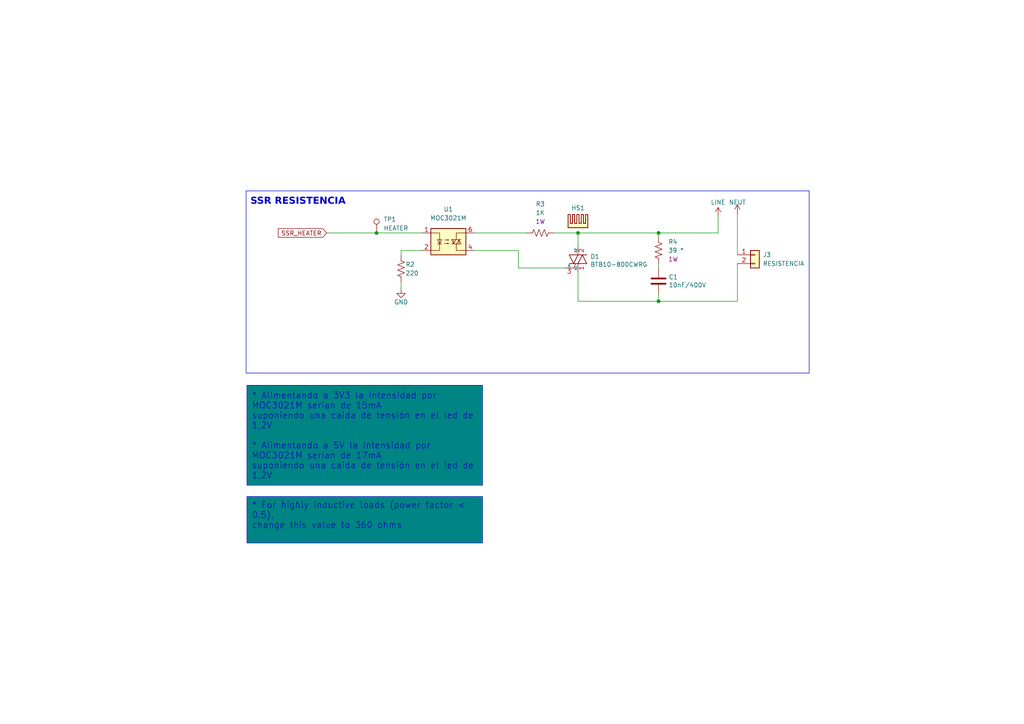
<source format=kicad_sch>
(kicad_sch (version 20230121) (generator eeschema)
  (paper "A4")
  (title_block (title "HOT-PLATE") (rev "1"))
  (lib_symbols
    (symbol "Connector:TestPoint" (pin_numbers hide) (pin_names (offset 0.762) hide)
      (property "Reference" "TP" (at 0 6.858 0))
      (property "Value" "TestPoint" (at 0 5.08 0))
      (symbol "TestPoint_0_1"
        (circle (center 0 3.302) (radius 0.762))
      )
      (symbol "TestPoint_1_1"
        (pin passive line (at 0 0 90) (length 2.54) (name "1") (number "1"))
      )
    )
    (symbol "Connector_Generic:Conn_01x02" (pin_names (offset 1.016) hide)
      (property "Reference" "J" (at 0 2.54 0))
      (property "Value" "Conn_01x02" (at 0 -5.08 0))
      (symbol "Conn_01x02_1_1"
        (rectangle (start -1.27 -2.413) (end 0 -2.667) (stroke (width 0.1524)))
        (rectangle (start -1.27 0.127) (end 0 -0.127) (stroke (width 0.1524)))
        (rectangle (start -1.27 1.27) (end 1.27 -3.81) (stroke (width 0.254)) (fill (type background)))
        (pin passive line (at -5.08 0 0) (length 3.81) (name "Pin_1") (number "1"))
        (pin passive line (at -5.08 -2.54 0) (length 3.81) (name "Pin_2") (number "2"))
      )
    )
    (symbol "Device:C" (pin_numbers hide) (pin_names (offset 0.254))
      (property "Reference" "C" (at 0.635 2.54 0))
      (property "Value" "C" (at 0.635 -2.54 0))
      (symbol "C_0_1"
        (polyline (pts (xy -2.032 -0.762) (xy 2.032 -0.762)) (stroke (width 0.508)))
        (polyline (pts (xy -2.032 0.762) (xy 2.032 0.762)) (stroke (width 0.508)))
      )
      (symbol "C_1_1"
        (pin passive line (at 0 3.81 270) (length 2.794) (name "~") (number "1"))
        (pin passive line (at 0 -3.81 90) (length 2.794) (name "~") (number "2"))
      )
    )
    (symbol "Device:Q_TRIAC_A1A2G" (pin_names (offset 0))
      (property "Reference" "D" (at 3.175 0.635 0))
      (property "Value" "Q_TRIAC_A1A2G" (at 3.175 -1.27 0))
      (symbol "Q_TRIAC_A1A2G_0_1"
        (polyline (pts (xy -2.54 -1.27) (xy 2.54 -1.27)) (stroke (width 0.2032)))
        (polyline (pts (xy -2.54 1.27) (xy 2.54 1.27)) (stroke (width 0.2032)))
        (polyline (pts (xy -1.27 -2.54) (xy -0.635 -1.27)))
        (polyline (pts (xy -2.54 1.27) (xy -1.27 -1.27) (xy 0 1.27)) (stroke (width 0.2032)))
        (polyline (pts (xy 0 -1.27) (xy 1.27 1.27) (xy 2.54 -1.27)) (stroke (width 0.2032)))
      )
      (symbol "Q_TRIAC_A1A2G_1_1"
        (pin passive line (at 0 -3.81 90) (length 2.54) (name "A1") (number "1"))
        (pin passive line (at 0 3.81 270) (length 2.54) (name "A2") (number "2"))
        (pin input line (at -3.81 -2.54 0) (length 2.54) (name "G") (number "3"))
      )
    )
    (symbol "Device:R_US" (pin_numbers hide) (pin_names (offset 0))
      (property "Reference" "R" (at 2.54 0 90))
      (property "Value" "R_US" (at -2.54 0 90))
      (symbol "R_US_0_1"
        (polyline (pts (xy 0 -2.286) (xy 0 -2.54)))
        (polyline (pts (xy 0 2.286) (xy 0 2.54)))
        (polyline (pts (xy 0 -0.762) (xy 1.016 -1.143) (xy 0 -1.524) (xy -1.016 -1.905) (xy 0 -2.286)))
        (polyline (pts (xy 0 0.762) (xy 1.016 0.381) (xy 0 0) (xy -1.016 -0.381) (xy 0 -0.762)))
        (polyline (pts (xy 0 2.286) (xy 1.016 1.905) (xy 0 1.524) (xy -1.016 1.143) (xy 0 0.762)))
      )
      (symbol "R_US_1_1"
        (pin passive line (at 0 3.81 270) (length 1.27) (name "~") (number "1"))
        (pin passive line (at 0 -3.81 90) (length 1.27) (name "~") (number "2"))
      )
    )
    (symbol "Mechanical:Heatsink" (pin_names (offset 1.016))
      (property "Reference" "HS" (at 0 5.08 0))
      (property "Value" "Heatsink" (at 0 -1.27 0))
      (symbol "Heatsink_0_1"
        (polyline (pts (xy -0.3302 1.27) (xy -0.9652 1.27) (xy -0.9652 3.81) (xy -1.6002 3.81) (xy -1.6002 1.27) (xy -2.2352 1.27) (xy -2.2352 3.81) (xy -2.8702 3.81) (xy -2.8702 0) (xy -0.9652 0)) (stroke (width 0.254)) (fill (type background)))
        (polyline (pts (xy -0.3302 1.27) (xy -0.3302 3.81) (xy 0.3048 3.81) (xy 0.3048 1.27) (xy 0.9398 1.27) (xy 0.9398 3.81) (xy 1.5748 3.81) (xy 1.5748 1.27) (xy 2.2098 1.27) (xy 2.2098 3.81) (xy 2.8448 3.81) (xy 2.8448 0) (xy -0.9652 0)) (stroke (width 0.254)) (fill (type background)))
      )
    )
    (symbol "Relay_SolidState:MOC3021M"
      (property "Reference" "U" (at -5.334 4.826 0))
      (property "Value" "MOC3021M" (at 0 5.08 0))
      (symbol "MOC3021M_0_1"
        (rectangle (start -5.08 3.81) (end 5.08 -3.81) (stroke (width 0.254)) (fill (type background)))
        (polyline (pts (xy -3.175 -0.635) (xy -1.905 -0.635)))
        (polyline (pts (xy 1.524 -0.635) (xy 1.524 0.635)))
        (polyline (pts (xy 3.048 0.635) (xy 3.048 -0.635)))
        (polyline (pts (xy 2.286 -0.635) (xy 2.286 -2.54) (xy 5.08 -2.54)))
        (polyline (pts (xy 2.286 0.635) (xy 2.286 2.54) (xy 5.08 2.54)))
        (polyline (pts (xy -5.08 2.54) (xy -2.54 2.54) (xy -2.54 -2.54) (xy -5.08 -2.54)))
        (polyline (pts (xy -2.54 -0.635) (xy -3.175 0.635) (xy -1.905 0.635) (xy -2.54 -0.635)))
        (polyline (pts (xy 0.889 -0.635) (xy 3.683 -0.635) (xy 3.048 0.635) (xy 2.413 -0.635)))
        (polyline (pts (xy 3.683 0.635) (xy 0.889 0.635) (xy 1.524 -0.635) (xy 2.159 0.635)))
        (polyline (pts (xy -1.143 -0.508) (xy 0.127 -0.508) (xy -0.254 -0.635) (xy -0.254 -0.381) (xy 0.127 -0.508)))
        (polyline (pts (xy -1.143 0.508) (xy 0.127 0.508) (xy -0.254 0.381) (xy -0.254 0.635) (xy 0.127 0.508)))
      )
      (symbol "MOC3021M_1_1"
        (pin passive line (at -7.62 2.54 0) (length 2.54) (name "~") (number "1"))
        (pin passive line (at -7.62 -2.54 0) (length 2.54) (name "~") (number "2"))
        (pin no_connect line (at -5.08 0 0) (length 2.54) hide (name "NC") (number "3"))
        (pin passive line (at 7.62 -2.54 180) (length 2.54) (name "~") (number "4"))
        (pin no_connect line (at 5.08 0 180) (length 2.54) hide (name "NC") (number "5"))
        (pin passive line (at 7.62 2.54 180) (length 2.54) (name "~") (number "6"))
      )
    )
    (symbol "power:GND" (power) (pin_names (offset 0))
      (property "Value" "GND" (at 0 -3.81 0))
      (symbol "GND_0_1"
        (polyline (pts (xy 0 0) (xy 0 -1.27) (xy 1.27 -1.27) (xy 0 -2.54) (xy -1.27 -1.27) (xy 0 -1.27)))
      )
      (symbol "GND_1_1"
        (pin power_in line (at 0 0 270) (length 0) hide (name "GND") (number "1"))
      )
    )
    (symbol "power:LINE" (power) (pin_names (offset 0))
      (property "Value" "LINE" (at 0 3.81 0))
      (symbol "LINE_0_1"
        (polyline (pts (xy -0.762 1.27) (xy 0 2.54)))
        (polyline (pts (xy 0 0) (xy 0 2.54)))
        (polyline (pts (xy 0 2.54) (xy 0.762 1.27)))
      )
      (symbol "LINE_1_1"
        (pin power_in line (at 0 0 90) (length 0) hide (name "LINE") (number "1"))
      )
    )
    (symbol "power:NEUT" (power) (pin_names (offset 0))
      (property "Value" "NEUT" (at 0 3.81 0))
      (symbol "NEUT_0_1"
        (polyline (pts (xy -0.762 1.27) (xy 0 2.54)))
        (polyline (pts (xy 0 0) (xy 0 2.54)))
        (polyline (pts (xy 0 2.54) (xy 0.762 1.27)))
      )
      (symbol "NEUT_1_1"
        (pin power_in line (at 0 0 90) (length 0) hide (name "NEUT") (number "1"))
      )
    )
  )
  (junction (at 109.22 67.564))
  (junction (at 167.64 67.564))
  (junction (at 191.008 87.376))
  (junction (at 191.008 67.564))
  (wire (pts (xy 150.368 72.644) (xy 150.368 77.724)))
  (wire (pts (xy 191.008 87.376) (xy 213.868 87.376)))
  (wire (pts (xy 94.742 67.564) (xy 109.22 67.564)))
  (wire (pts (xy 116.332 81.788) (xy 116.332 83.82)))
  (wire (pts (xy 191.008 67.564) (xy 191.008 68.834)))
  (wire (pts (xy 167.64 78.994) (xy 167.64 87.376)))
  (wire (pts (xy 150.368 72.644) (xy 137.668 72.644)))
  (wire (pts (xy 213.868 61.976) (xy 213.868 73.914)))
  (wire (pts (xy 163.83 77.724) (xy 150.368 77.724)))
  (wire (pts (xy 191.008 85.344) (xy 191.008 87.376)))
  (wire (pts (xy 160.528 67.564) (xy 167.64 67.564)))
  (wire (pts (xy 109.22 67.564) (xy 122.428 67.564)))
  (wire (pts (xy 167.64 67.564) (xy 167.64 71.374)))
  (wire (pts (xy 208.28 67.564) (xy 191.008 67.564)))
  (wire (pts (xy 213.868 87.376) (xy 213.868 76.454)))
  (wire (pts (xy 167.64 67.564) (xy 191.008 67.564)))
  (wire (pts (xy 167.64 87.376) (xy 191.008 87.376)))
  (wire (pts (xy 116.332 74.168) (xy 116.332 72.644)))
  (wire (pts (xy 137.668 67.564) (xy 152.908 67.564)))
  (wire (pts (xy 208.28 62.738) (xy 208.28 67.564)))
  (wire (pts (xy 116.332 72.644) (xy 122.428 72.644)))
  (wire (pts (xy 191.008 76.454) (xy 191.008 77.724)))
  (rectangle (start 71.374 55.372) (end 234.696 108.204))
  (text_box "* Alimentando a 3V3 la intensidad por MOC3021M serían de 15mA\nsuponiendo una caida de tensión en el led de 1,2V\n\n* Alimentando a 5V la intensidad por MOC3021M serían de 17mA\nsuponiendo una caida de tensión en el led de 1,2V" (at 71.628 111.76 0) (size 68.326 28.956) (fill (type color) (color 0 132 132 1)) (effects (font (size 1.8 1.8)) (justify left)))
  (text_box "* For highly inductive loads (power factor < 0.5), \nchange this value to 360 ohms\n" (at 71.628 144.018 0) (size 68.326 13.462) (fill (type color) (color 0 132 132 1)) (effects (font (size 1.8 1.8)) (justify left top)))
  (text "SSR RESISTENCIA" (at 72.644 60.198 0) (effects (font (size 2 2) (thickness 0.4) bold) (justify left bottom)))
  (global_label "SSR_HEATER" (shape input) (at 94.742 67.564 180) (property "Intersheetrefs" "${INTERSHEET_REFS}" (effects hide)))
  (symbol (lib_id "Connector:TestPoint") (at 109.22 67.564 0) (unit 1)
    (property "Reference" "TP1" (at 111.252 63.627 0) (effects (justify left)))
    (property "Value" "HEATER" (at 111.252 66.167 0) (effects (justify left)))
    (property "Footprint" "TestPoint:TestPoint_THTPad_1.0x1.0mm_Drill0.5mm" (effects hide))
  )
  (symbol (lib_id "Device:R_US") (at 116.332 77.978 180) (unit 1)
    (property "Reference" "R2" (at 117.602 76.708 0) (effects (justify right)))
    (property "Value" "220" (at 117.602 79.248 0) (effects (justify right)))
    (property "Footprint" "Resistor_SMD:R_0603_1608Metric_Pad0.98x0.95mm_HandSolder" (effects hide))
    (instances (project "SSR" (path "" (reference "R2") (unit 1))) (project "Hot_plate" (path "" (reference "R23") (unit 1))))
  )
  (symbol (lib_id "Device:C") (at 191.008 81.534 0) (unit 1)
    (property "Reference" "C1" (at 193.929 80.3656 0) (effects (justify left)))
    (property "Value" "10nF/400V" (at 193.929 82.677 0) (effects (justify left)))
    (property "Footprint" "Capacitor_SMD:C_1206_3216Metric" (effects hide))
    (property "Digikey" "490-GR332DD72W104KW01KCT-ND" (effects hide))
    (instances (project "SSR" (path "" (reference "C1") (unit 1))) (project "Hot_plate" (path "" (reference "C25") (unit 1))))
  )
  (symbol (lib_id "power:NEUT") (at 213.868 61.976 0) (unit 1)
    (property "Reference" "#PWR089" (effects hide))
    (property "Value" "NEUT" (at 213.868 58.674 0))
  )
  (symbol (lib_id "Device:Q_TRIAC_A1A2G") (at 167.64 75.184 0) (unit 1)
    (property "Reference" "D1" (at 171.196 74.422 0) (effects (justify left)))
    (property "Value" "BTB10-800CWRG" (at 171.196 76.708 0) (effects (justify left)))
    (property "Footprint" "Package_TO_SOT_THT:TO-220-3_Vertical" (effects hide))
    (property "Digikey" "497-4178-5-ND" (effects hide))
    (instances (project "SSR" (path "" (reference "D1") (unit 1))) (project "Hot_plate" (path "" (reference "D13") (unit 1))))
  )
  (symbol (lib_id "Connector_Generic:Conn_01x02") (at 218.948 73.914 0) (unit 1)
    (property "Reference" "J3" (at 221.234 73.9139 0) (effects (justify left)))
    (property "Value" "RESISTENCIA" (at 221.234 76.4539 0) (effects (justify left)))
    (property "Footprint" "TerminalBlock:TerminalBlock_bornier-2_P5.08mm" (effects hide))
    (instances (project "SSR" (path "" (reference "J3") (unit 1))) (project "Hot_plate" (path "" (reference "J9") (unit 1))))
  )
  (symbol (lib_id "Mechanical:Heatsink") (at 167.64 66.04 0) (unit 1)
    (property "Reference" "HS1" (at 167.64 60.325 0))
    (property "Value" "Heatsink_Pad" (effects hide))
    (property "Footprint" "Heatsink:Heatsink_Stonecold_HS-132_32x14mm_2xFixation1.5mm" (effects hide))
    (property "Digikey" "AE10828-ND" (effects hide))
    (property "Mouser" "490-HSE-B20254-040H " (effects hide))
    (instances (project "SSR" (path "" (reference "HS1") (unit 1))) (project "Hot_plate" (path "" (reference "HS2") (unit 1))))
  )
  (symbol (lib_id "power:LINE") (at 208.28 62.738 0) (unit 1)
    (property "Reference" "#PWR087" (effects hide))
    (property "Value" "LINE" (at 208.28 58.674 0))
  )
  (symbol (lib_id "Relay_SolidState:MOC3021M") (at 130.048 70.104 0) (unit 1)
    (property "Reference" "U1" (at 130.048 60.706 0))
    (property "Value" "MOC3021M" (at 130.048 63.246 0))
    (property "Footprint" "Package_DIP:DIP-6_W7.62mm" (effects hide))
    (property "Datasheet" "https://www.onsemi.com/pub/Collateral/MOC3023M-D.PDF" (effects hide))
    (property "Digikey" "2156-MOC3021TVM-ND" (effects hide))
    (instances (project "SSR" (path "" (reference "U1") (unit 1))) (project "Hot_plate" (path "" (reference "U8") (unit 1))))
  )
  (symbol (lib_id "Device:R_US") (at 156.718 67.564 90) (unit 1)
    (property "Reference" "R3" (at 156.718 59.182 90))
    (property "Value" "1K" (at 156.718 61.722 90))
    (property "Footprint" "Resistor_SMD:R_2512_6332Metric" (effects hide))
    (property "Potencia" "1W" (at 156.718 64.262 90))
    (instances (project "SSR" (path "" (reference "R3") (unit 1))) (project "Hot_plate" (path "" (reference "R26") (unit 1))))
  )
  (symbol (lib_id "power:GND") (at 116.332 83.82 0) (unit 1)
    (property "Reference" "#PWR0107" (effects hide))
    (property "Value" "GND" (at 116.332 87.63 0))
    (instances (project "SSR" (path "" (reference "#PWR0107") (unit 1))) (project "Hot_plate" (path "" (reference "#PWR083") (unit 1))))
  )
  (symbol (lib_id "Device:R_US") (at 191.008 72.644 180) (unit 1)
    (property "Reference" "R4" (at 193.802 70.1039 0) (effects (justify right)))
    (property "Value" "39 *" (at 193.802 72.6439 0) (effects (justify right)))
    (property "Footprint" "Resistor_SMD:R_2512_6332Metric" (effects hide))
    (property "Potencia" "1W" (at 193.802 75.1839 0) (effects (justify right)))
    (instances (project "SSR" (path "" (reference "R4") (unit 1))) (project "Hot_plate" (path "" (reference "R28") (unit 1))))
  )
)
</source>
